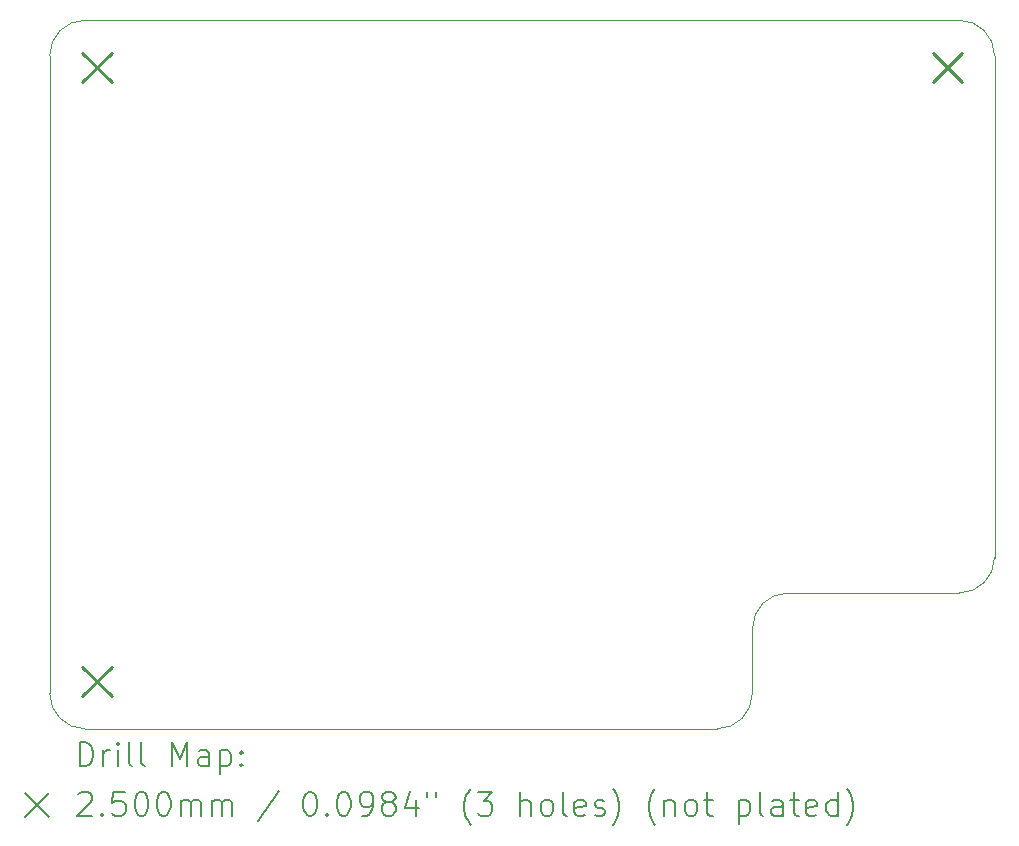
<source format=gbr>
%TF.GenerationSoftware,KiCad,Pcbnew,(6.0.9)*%
%TF.CreationDate,2023-02-13T20:08:36+02:00*%
%TF.ProjectId,vodesht_vyzel,766f6465-7368-4745-9f76-797a656c2e6b,rev?*%
%TF.SameCoordinates,Original*%
%TF.FileFunction,Drillmap*%
%TF.FilePolarity,Positive*%
%FSLAX45Y45*%
G04 Gerber Fmt 4.5, Leading zero omitted, Abs format (unit mm)*
G04 Created by KiCad (PCBNEW (6.0.9)) date 2023-02-13 20:08:36*
%MOMM*%
%LPD*%
G01*
G04 APERTURE LIST*
%ADD10C,0.100000*%
%ADD11C,0.200000*%
%ADD12C,0.250000*%
G04 APERTURE END LIST*
D10*
X11500000Y-7000000D02*
X11500000Y-12400000D01*
X17450000Y-12400000D02*
X17450000Y-11850000D01*
X17150000Y-12700000D02*
G75*
G03*
X17450000Y-12400000I0J300000D01*
G01*
X11800000Y-12700000D02*
X17150000Y-12700000D01*
X11800000Y-6700000D02*
G75*
G03*
X11500000Y-7000000I0J-300000D01*
G01*
X19200000Y-11550000D02*
X17750000Y-11550000D01*
X19200000Y-11550000D02*
G75*
G03*
X19500000Y-11250000I0J300000D01*
G01*
X19500000Y-7000000D02*
G75*
G03*
X19200000Y-6700000I-300000J0D01*
G01*
X17750000Y-11550000D02*
G75*
G03*
X17450000Y-11850000I0J-300000D01*
G01*
X19500000Y-11250000D02*
X19500000Y-7000000D01*
X11500000Y-12400000D02*
G75*
G03*
X11800000Y-12700000I300000J0D01*
G01*
X19200000Y-6700000D02*
X11800000Y-6700000D01*
D11*
D12*
X11775000Y-6975000D02*
X12025000Y-7225000D01*
X12025000Y-6975000D02*
X11775000Y-7225000D01*
X11775000Y-12175000D02*
X12025000Y-12425000D01*
X12025000Y-12175000D02*
X11775000Y-12425000D01*
X18975000Y-6975000D02*
X19225000Y-7225000D01*
X19225000Y-6975000D02*
X18975000Y-7225000D01*
D11*
X11752619Y-13015476D02*
X11752619Y-12815476D01*
X11800238Y-12815476D01*
X11828809Y-12825000D01*
X11847857Y-12844048D01*
X11857381Y-12863095D01*
X11866905Y-12901190D01*
X11866905Y-12929762D01*
X11857381Y-12967857D01*
X11847857Y-12986905D01*
X11828809Y-13005952D01*
X11800238Y-13015476D01*
X11752619Y-13015476D01*
X11952619Y-13015476D02*
X11952619Y-12882143D01*
X11952619Y-12920238D02*
X11962143Y-12901190D01*
X11971667Y-12891667D01*
X11990714Y-12882143D01*
X12009762Y-12882143D01*
X12076428Y-13015476D02*
X12076428Y-12882143D01*
X12076428Y-12815476D02*
X12066905Y-12825000D01*
X12076428Y-12834524D01*
X12085952Y-12825000D01*
X12076428Y-12815476D01*
X12076428Y-12834524D01*
X12200238Y-13015476D02*
X12181190Y-13005952D01*
X12171667Y-12986905D01*
X12171667Y-12815476D01*
X12305000Y-13015476D02*
X12285952Y-13005952D01*
X12276428Y-12986905D01*
X12276428Y-12815476D01*
X12533571Y-13015476D02*
X12533571Y-12815476D01*
X12600238Y-12958333D01*
X12666905Y-12815476D01*
X12666905Y-13015476D01*
X12847857Y-13015476D02*
X12847857Y-12910714D01*
X12838333Y-12891667D01*
X12819286Y-12882143D01*
X12781190Y-12882143D01*
X12762143Y-12891667D01*
X12847857Y-13005952D02*
X12828809Y-13015476D01*
X12781190Y-13015476D01*
X12762143Y-13005952D01*
X12752619Y-12986905D01*
X12752619Y-12967857D01*
X12762143Y-12948809D01*
X12781190Y-12939286D01*
X12828809Y-12939286D01*
X12847857Y-12929762D01*
X12943095Y-12882143D02*
X12943095Y-13082143D01*
X12943095Y-12891667D02*
X12962143Y-12882143D01*
X13000238Y-12882143D01*
X13019286Y-12891667D01*
X13028809Y-12901190D01*
X13038333Y-12920238D01*
X13038333Y-12977381D01*
X13028809Y-12996428D01*
X13019286Y-13005952D01*
X13000238Y-13015476D01*
X12962143Y-13015476D01*
X12943095Y-13005952D01*
X13124048Y-12996428D02*
X13133571Y-13005952D01*
X13124048Y-13015476D01*
X13114524Y-13005952D01*
X13124048Y-12996428D01*
X13124048Y-13015476D01*
X13124048Y-12891667D02*
X13133571Y-12901190D01*
X13124048Y-12910714D01*
X13114524Y-12901190D01*
X13124048Y-12891667D01*
X13124048Y-12910714D01*
X11295000Y-13245000D02*
X11495000Y-13445000D01*
X11495000Y-13245000D02*
X11295000Y-13445000D01*
X11743095Y-13254524D02*
X11752619Y-13245000D01*
X11771667Y-13235476D01*
X11819286Y-13235476D01*
X11838333Y-13245000D01*
X11847857Y-13254524D01*
X11857381Y-13273571D01*
X11857381Y-13292619D01*
X11847857Y-13321190D01*
X11733571Y-13435476D01*
X11857381Y-13435476D01*
X11943095Y-13416428D02*
X11952619Y-13425952D01*
X11943095Y-13435476D01*
X11933571Y-13425952D01*
X11943095Y-13416428D01*
X11943095Y-13435476D01*
X12133571Y-13235476D02*
X12038333Y-13235476D01*
X12028809Y-13330714D01*
X12038333Y-13321190D01*
X12057381Y-13311667D01*
X12105000Y-13311667D01*
X12124048Y-13321190D01*
X12133571Y-13330714D01*
X12143095Y-13349762D01*
X12143095Y-13397381D01*
X12133571Y-13416428D01*
X12124048Y-13425952D01*
X12105000Y-13435476D01*
X12057381Y-13435476D01*
X12038333Y-13425952D01*
X12028809Y-13416428D01*
X12266905Y-13235476D02*
X12285952Y-13235476D01*
X12305000Y-13245000D01*
X12314524Y-13254524D01*
X12324048Y-13273571D01*
X12333571Y-13311667D01*
X12333571Y-13359286D01*
X12324048Y-13397381D01*
X12314524Y-13416428D01*
X12305000Y-13425952D01*
X12285952Y-13435476D01*
X12266905Y-13435476D01*
X12247857Y-13425952D01*
X12238333Y-13416428D01*
X12228809Y-13397381D01*
X12219286Y-13359286D01*
X12219286Y-13311667D01*
X12228809Y-13273571D01*
X12238333Y-13254524D01*
X12247857Y-13245000D01*
X12266905Y-13235476D01*
X12457381Y-13235476D02*
X12476428Y-13235476D01*
X12495476Y-13245000D01*
X12505000Y-13254524D01*
X12514524Y-13273571D01*
X12524048Y-13311667D01*
X12524048Y-13359286D01*
X12514524Y-13397381D01*
X12505000Y-13416428D01*
X12495476Y-13425952D01*
X12476428Y-13435476D01*
X12457381Y-13435476D01*
X12438333Y-13425952D01*
X12428809Y-13416428D01*
X12419286Y-13397381D01*
X12409762Y-13359286D01*
X12409762Y-13311667D01*
X12419286Y-13273571D01*
X12428809Y-13254524D01*
X12438333Y-13245000D01*
X12457381Y-13235476D01*
X12609762Y-13435476D02*
X12609762Y-13302143D01*
X12609762Y-13321190D02*
X12619286Y-13311667D01*
X12638333Y-13302143D01*
X12666905Y-13302143D01*
X12685952Y-13311667D01*
X12695476Y-13330714D01*
X12695476Y-13435476D01*
X12695476Y-13330714D02*
X12705000Y-13311667D01*
X12724048Y-13302143D01*
X12752619Y-13302143D01*
X12771667Y-13311667D01*
X12781190Y-13330714D01*
X12781190Y-13435476D01*
X12876428Y-13435476D02*
X12876428Y-13302143D01*
X12876428Y-13321190D02*
X12885952Y-13311667D01*
X12905000Y-13302143D01*
X12933571Y-13302143D01*
X12952619Y-13311667D01*
X12962143Y-13330714D01*
X12962143Y-13435476D01*
X12962143Y-13330714D02*
X12971667Y-13311667D01*
X12990714Y-13302143D01*
X13019286Y-13302143D01*
X13038333Y-13311667D01*
X13047857Y-13330714D01*
X13047857Y-13435476D01*
X13438333Y-13225952D02*
X13266905Y-13483095D01*
X13695476Y-13235476D02*
X13714524Y-13235476D01*
X13733571Y-13245000D01*
X13743095Y-13254524D01*
X13752619Y-13273571D01*
X13762143Y-13311667D01*
X13762143Y-13359286D01*
X13752619Y-13397381D01*
X13743095Y-13416428D01*
X13733571Y-13425952D01*
X13714524Y-13435476D01*
X13695476Y-13435476D01*
X13676428Y-13425952D01*
X13666905Y-13416428D01*
X13657381Y-13397381D01*
X13647857Y-13359286D01*
X13647857Y-13311667D01*
X13657381Y-13273571D01*
X13666905Y-13254524D01*
X13676428Y-13245000D01*
X13695476Y-13235476D01*
X13847857Y-13416428D02*
X13857381Y-13425952D01*
X13847857Y-13435476D01*
X13838333Y-13425952D01*
X13847857Y-13416428D01*
X13847857Y-13435476D01*
X13981190Y-13235476D02*
X14000238Y-13235476D01*
X14019286Y-13245000D01*
X14028809Y-13254524D01*
X14038333Y-13273571D01*
X14047857Y-13311667D01*
X14047857Y-13359286D01*
X14038333Y-13397381D01*
X14028809Y-13416428D01*
X14019286Y-13425952D01*
X14000238Y-13435476D01*
X13981190Y-13435476D01*
X13962143Y-13425952D01*
X13952619Y-13416428D01*
X13943095Y-13397381D01*
X13933571Y-13359286D01*
X13933571Y-13311667D01*
X13943095Y-13273571D01*
X13952619Y-13254524D01*
X13962143Y-13245000D01*
X13981190Y-13235476D01*
X14143095Y-13435476D02*
X14181190Y-13435476D01*
X14200238Y-13425952D01*
X14209762Y-13416428D01*
X14228809Y-13387857D01*
X14238333Y-13349762D01*
X14238333Y-13273571D01*
X14228809Y-13254524D01*
X14219286Y-13245000D01*
X14200238Y-13235476D01*
X14162143Y-13235476D01*
X14143095Y-13245000D01*
X14133571Y-13254524D01*
X14124048Y-13273571D01*
X14124048Y-13321190D01*
X14133571Y-13340238D01*
X14143095Y-13349762D01*
X14162143Y-13359286D01*
X14200238Y-13359286D01*
X14219286Y-13349762D01*
X14228809Y-13340238D01*
X14238333Y-13321190D01*
X14352619Y-13321190D02*
X14333571Y-13311667D01*
X14324048Y-13302143D01*
X14314524Y-13283095D01*
X14314524Y-13273571D01*
X14324048Y-13254524D01*
X14333571Y-13245000D01*
X14352619Y-13235476D01*
X14390714Y-13235476D01*
X14409762Y-13245000D01*
X14419286Y-13254524D01*
X14428809Y-13273571D01*
X14428809Y-13283095D01*
X14419286Y-13302143D01*
X14409762Y-13311667D01*
X14390714Y-13321190D01*
X14352619Y-13321190D01*
X14333571Y-13330714D01*
X14324048Y-13340238D01*
X14314524Y-13359286D01*
X14314524Y-13397381D01*
X14324048Y-13416428D01*
X14333571Y-13425952D01*
X14352619Y-13435476D01*
X14390714Y-13435476D01*
X14409762Y-13425952D01*
X14419286Y-13416428D01*
X14428809Y-13397381D01*
X14428809Y-13359286D01*
X14419286Y-13340238D01*
X14409762Y-13330714D01*
X14390714Y-13321190D01*
X14600238Y-13302143D02*
X14600238Y-13435476D01*
X14552619Y-13225952D02*
X14505000Y-13368809D01*
X14628809Y-13368809D01*
X14695476Y-13235476D02*
X14695476Y-13273571D01*
X14771667Y-13235476D02*
X14771667Y-13273571D01*
X15066905Y-13511667D02*
X15057381Y-13502143D01*
X15038333Y-13473571D01*
X15028809Y-13454524D01*
X15019286Y-13425952D01*
X15009762Y-13378333D01*
X15009762Y-13340238D01*
X15019286Y-13292619D01*
X15028809Y-13264048D01*
X15038333Y-13245000D01*
X15057381Y-13216428D01*
X15066905Y-13206905D01*
X15124048Y-13235476D02*
X15247857Y-13235476D01*
X15181190Y-13311667D01*
X15209762Y-13311667D01*
X15228809Y-13321190D01*
X15238333Y-13330714D01*
X15247857Y-13349762D01*
X15247857Y-13397381D01*
X15238333Y-13416428D01*
X15228809Y-13425952D01*
X15209762Y-13435476D01*
X15152619Y-13435476D01*
X15133571Y-13425952D01*
X15124048Y-13416428D01*
X15485952Y-13435476D02*
X15485952Y-13235476D01*
X15571667Y-13435476D02*
X15571667Y-13330714D01*
X15562143Y-13311667D01*
X15543095Y-13302143D01*
X15514524Y-13302143D01*
X15495476Y-13311667D01*
X15485952Y-13321190D01*
X15695476Y-13435476D02*
X15676428Y-13425952D01*
X15666905Y-13416428D01*
X15657381Y-13397381D01*
X15657381Y-13340238D01*
X15666905Y-13321190D01*
X15676428Y-13311667D01*
X15695476Y-13302143D01*
X15724048Y-13302143D01*
X15743095Y-13311667D01*
X15752619Y-13321190D01*
X15762143Y-13340238D01*
X15762143Y-13397381D01*
X15752619Y-13416428D01*
X15743095Y-13425952D01*
X15724048Y-13435476D01*
X15695476Y-13435476D01*
X15876428Y-13435476D02*
X15857381Y-13425952D01*
X15847857Y-13406905D01*
X15847857Y-13235476D01*
X16028809Y-13425952D02*
X16009762Y-13435476D01*
X15971667Y-13435476D01*
X15952619Y-13425952D01*
X15943095Y-13406905D01*
X15943095Y-13330714D01*
X15952619Y-13311667D01*
X15971667Y-13302143D01*
X16009762Y-13302143D01*
X16028809Y-13311667D01*
X16038333Y-13330714D01*
X16038333Y-13349762D01*
X15943095Y-13368809D01*
X16114524Y-13425952D02*
X16133571Y-13435476D01*
X16171667Y-13435476D01*
X16190714Y-13425952D01*
X16200238Y-13406905D01*
X16200238Y-13397381D01*
X16190714Y-13378333D01*
X16171667Y-13368809D01*
X16143095Y-13368809D01*
X16124048Y-13359286D01*
X16114524Y-13340238D01*
X16114524Y-13330714D01*
X16124048Y-13311667D01*
X16143095Y-13302143D01*
X16171667Y-13302143D01*
X16190714Y-13311667D01*
X16266905Y-13511667D02*
X16276428Y-13502143D01*
X16295476Y-13473571D01*
X16305000Y-13454524D01*
X16314524Y-13425952D01*
X16324048Y-13378333D01*
X16324048Y-13340238D01*
X16314524Y-13292619D01*
X16305000Y-13264048D01*
X16295476Y-13245000D01*
X16276428Y-13216428D01*
X16266905Y-13206905D01*
X16628809Y-13511667D02*
X16619286Y-13502143D01*
X16600238Y-13473571D01*
X16590714Y-13454524D01*
X16581190Y-13425952D01*
X16571667Y-13378333D01*
X16571667Y-13340238D01*
X16581190Y-13292619D01*
X16590714Y-13264048D01*
X16600238Y-13245000D01*
X16619286Y-13216428D01*
X16628809Y-13206905D01*
X16705000Y-13302143D02*
X16705000Y-13435476D01*
X16705000Y-13321190D02*
X16714524Y-13311667D01*
X16733571Y-13302143D01*
X16762143Y-13302143D01*
X16781190Y-13311667D01*
X16790714Y-13330714D01*
X16790714Y-13435476D01*
X16914524Y-13435476D02*
X16895476Y-13425952D01*
X16885952Y-13416428D01*
X16876429Y-13397381D01*
X16876429Y-13340238D01*
X16885952Y-13321190D01*
X16895476Y-13311667D01*
X16914524Y-13302143D01*
X16943095Y-13302143D01*
X16962143Y-13311667D01*
X16971667Y-13321190D01*
X16981190Y-13340238D01*
X16981190Y-13397381D01*
X16971667Y-13416428D01*
X16962143Y-13425952D01*
X16943095Y-13435476D01*
X16914524Y-13435476D01*
X17038333Y-13302143D02*
X17114524Y-13302143D01*
X17066905Y-13235476D02*
X17066905Y-13406905D01*
X17076429Y-13425952D01*
X17095476Y-13435476D01*
X17114524Y-13435476D01*
X17333571Y-13302143D02*
X17333571Y-13502143D01*
X17333571Y-13311667D02*
X17352619Y-13302143D01*
X17390714Y-13302143D01*
X17409762Y-13311667D01*
X17419286Y-13321190D01*
X17428810Y-13340238D01*
X17428810Y-13397381D01*
X17419286Y-13416428D01*
X17409762Y-13425952D01*
X17390714Y-13435476D01*
X17352619Y-13435476D01*
X17333571Y-13425952D01*
X17543095Y-13435476D02*
X17524048Y-13425952D01*
X17514524Y-13406905D01*
X17514524Y-13235476D01*
X17705000Y-13435476D02*
X17705000Y-13330714D01*
X17695476Y-13311667D01*
X17676429Y-13302143D01*
X17638333Y-13302143D01*
X17619286Y-13311667D01*
X17705000Y-13425952D02*
X17685952Y-13435476D01*
X17638333Y-13435476D01*
X17619286Y-13425952D01*
X17609762Y-13406905D01*
X17609762Y-13387857D01*
X17619286Y-13368809D01*
X17638333Y-13359286D01*
X17685952Y-13359286D01*
X17705000Y-13349762D01*
X17771667Y-13302143D02*
X17847857Y-13302143D01*
X17800238Y-13235476D02*
X17800238Y-13406905D01*
X17809762Y-13425952D01*
X17828810Y-13435476D01*
X17847857Y-13435476D01*
X17990714Y-13425952D02*
X17971667Y-13435476D01*
X17933571Y-13435476D01*
X17914524Y-13425952D01*
X17905000Y-13406905D01*
X17905000Y-13330714D01*
X17914524Y-13311667D01*
X17933571Y-13302143D01*
X17971667Y-13302143D01*
X17990714Y-13311667D01*
X18000238Y-13330714D01*
X18000238Y-13349762D01*
X17905000Y-13368809D01*
X18171667Y-13435476D02*
X18171667Y-13235476D01*
X18171667Y-13425952D02*
X18152619Y-13435476D01*
X18114524Y-13435476D01*
X18095476Y-13425952D01*
X18085952Y-13416428D01*
X18076429Y-13397381D01*
X18076429Y-13340238D01*
X18085952Y-13321190D01*
X18095476Y-13311667D01*
X18114524Y-13302143D01*
X18152619Y-13302143D01*
X18171667Y-13311667D01*
X18247857Y-13511667D02*
X18257381Y-13502143D01*
X18276429Y-13473571D01*
X18285952Y-13454524D01*
X18295476Y-13425952D01*
X18305000Y-13378333D01*
X18305000Y-13340238D01*
X18295476Y-13292619D01*
X18285952Y-13264048D01*
X18276429Y-13245000D01*
X18257381Y-13216428D01*
X18247857Y-13206905D01*
M02*

</source>
